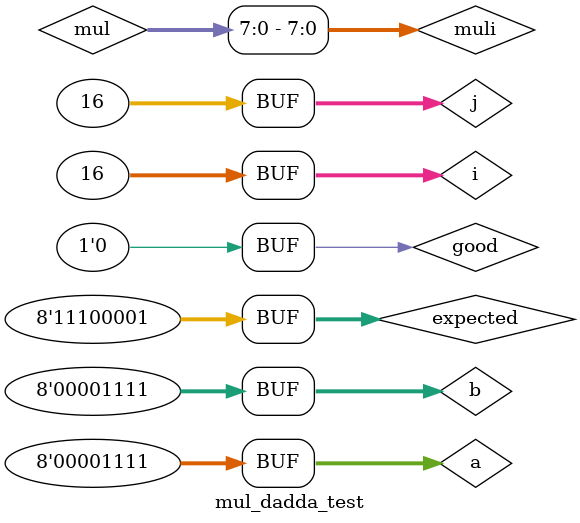
<source format=v>

`timescale 1ns / 1ps

module mul_dadda_test();

// Inputs
   reg [7:0] b;
   reg [7:0] a;
	integer i, j;

// Output
   wire [15:0] mul;

// Testing
	reg [7:0] muli;
	reg [7:0] expected;
	reg good = 0;

// Instantiate the Unit Under Test (UUT)
   mul_dadda UUT (
		.mul(mul), 
		.b(b), 
		.a(a)
   );
// Initialize Inputs
   initial begin
	for (i=0; i<(1<<4); i=i+1)
		begin
		for (j=0; j<(1<<4); j=j+1)
			begin
				{a} = j;
				{b} = i;
				#2; // wait for inputs to settle
				muli = mul[7:0];
				{expected} = i * j;
				good = (expected == muli);
				#50;
			end
		end
	end
endmodule

</source>
